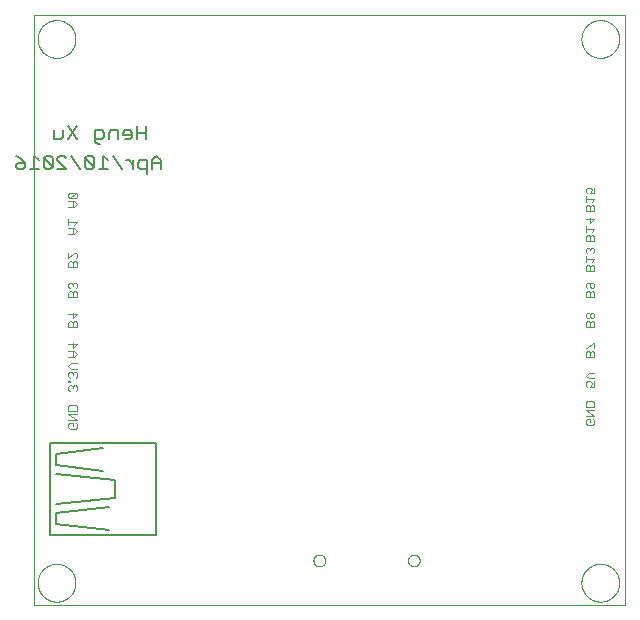
<source format=gbo>
G75*
%MOIN*%
%OFA0B0*%
%FSLAX25Y25*%
%IPPOS*%
%LPD*%
%AMOC8*
5,1,8,0,0,1.08239X$1,22.5*
%
%ADD10C,0.00000*%
%ADD11C,0.00500*%
%ADD12C,0.00300*%
D10*
X0010043Y0001800D02*
X0010043Y0198650D01*
X0206893Y0198650D01*
X0206893Y0001800D01*
X0010043Y0001800D01*
X0011244Y0009300D02*
X0011246Y0009458D01*
X0011252Y0009616D01*
X0011262Y0009774D01*
X0011276Y0009932D01*
X0011294Y0010089D01*
X0011315Y0010246D01*
X0011341Y0010402D01*
X0011371Y0010558D01*
X0011404Y0010713D01*
X0011442Y0010866D01*
X0011483Y0011019D01*
X0011528Y0011171D01*
X0011577Y0011322D01*
X0011630Y0011471D01*
X0011686Y0011619D01*
X0011746Y0011765D01*
X0011810Y0011910D01*
X0011878Y0012053D01*
X0011949Y0012195D01*
X0012023Y0012335D01*
X0012101Y0012472D01*
X0012183Y0012608D01*
X0012267Y0012742D01*
X0012356Y0012873D01*
X0012447Y0013002D01*
X0012542Y0013129D01*
X0012639Y0013254D01*
X0012740Y0013376D01*
X0012844Y0013495D01*
X0012951Y0013612D01*
X0013061Y0013726D01*
X0013174Y0013837D01*
X0013289Y0013946D01*
X0013407Y0014051D01*
X0013528Y0014153D01*
X0013651Y0014253D01*
X0013777Y0014349D01*
X0013905Y0014442D01*
X0014035Y0014532D01*
X0014168Y0014618D01*
X0014303Y0014702D01*
X0014439Y0014781D01*
X0014578Y0014858D01*
X0014719Y0014930D01*
X0014861Y0015000D01*
X0015005Y0015065D01*
X0015151Y0015127D01*
X0015298Y0015185D01*
X0015447Y0015240D01*
X0015597Y0015291D01*
X0015748Y0015338D01*
X0015900Y0015381D01*
X0016053Y0015420D01*
X0016208Y0015456D01*
X0016363Y0015487D01*
X0016519Y0015515D01*
X0016675Y0015539D01*
X0016832Y0015559D01*
X0016990Y0015575D01*
X0017147Y0015587D01*
X0017306Y0015595D01*
X0017464Y0015599D01*
X0017622Y0015599D01*
X0017780Y0015595D01*
X0017939Y0015587D01*
X0018096Y0015575D01*
X0018254Y0015559D01*
X0018411Y0015539D01*
X0018567Y0015515D01*
X0018723Y0015487D01*
X0018878Y0015456D01*
X0019033Y0015420D01*
X0019186Y0015381D01*
X0019338Y0015338D01*
X0019489Y0015291D01*
X0019639Y0015240D01*
X0019788Y0015185D01*
X0019935Y0015127D01*
X0020081Y0015065D01*
X0020225Y0015000D01*
X0020367Y0014930D01*
X0020508Y0014858D01*
X0020647Y0014781D01*
X0020783Y0014702D01*
X0020918Y0014618D01*
X0021051Y0014532D01*
X0021181Y0014442D01*
X0021309Y0014349D01*
X0021435Y0014253D01*
X0021558Y0014153D01*
X0021679Y0014051D01*
X0021797Y0013946D01*
X0021912Y0013837D01*
X0022025Y0013726D01*
X0022135Y0013612D01*
X0022242Y0013495D01*
X0022346Y0013376D01*
X0022447Y0013254D01*
X0022544Y0013129D01*
X0022639Y0013002D01*
X0022730Y0012873D01*
X0022819Y0012742D01*
X0022903Y0012608D01*
X0022985Y0012472D01*
X0023063Y0012335D01*
X0023137Y0012195D01*
X0023208Y0012053D01*
X0023276Y0011910D01*
X0023340Y0011765D01*
X0023400Y0011619D01*
X0023456Y0011471D01*
X0023509Y0011322D01*
X0023558Y0011171D01*
X0023603Y0011019D01*
X0023644Y0010866D01*
X0023682Y0010713D01*
X0023715Y0010558D01*
X0023745Y0010402D01*
X0023771Y0010246D01*
X0023792Y0010089D01*
X0023810Y0009932D01*
X0023824Y0009774D01*
X0023834Y0009616D01*
X0023840Y0009458D01*
X0023842Y0009300D01*
X0023840Y0009142D01*
X0023834Y0008984D01*
X0023824Y0008826D01*
X0023810Y0008668D01*
X0023792Y0008511D01*
X0023771Y0008354D01*
X0023745Y0008198D01*
X0023715Y0008042D01*
X0023682Y0007887D01*
X0023644Y0007734D01*
X0023603Y0007581D01*
X0023558Y0007429D01*
X0023509Y0007278D01*
X0023456Y0007129D01*
X0023400Y0006981D01*
X0023340Y0006835D01*
X0023276Y0006690D01*
X0023208Y0006547D01*
X0023137Y0006405D01*
X0023063Y0006265D01*
X0022985Y0006128D01*
X0022903Y0005992D01*
X0022819Y0005858D01*
X0022730Y0005727D01*
X0022639Y0005598D01*
X0022544Y0005471D01*
X0022447Y0005346D01*
X0022346Y0005224D01*
X0022242Y0005105D01*
X0022135Y0004988D01*
X0022025Y0004874D01*
X0021912Y0004763D01*
X0021797Y0004654D01*
X0021679Y0004549D01*
X0021558Y0004447D01*
X0021435Y0004347D01*
X0021309Y0004251D01*
X0021181Y0004158D01*
X0021051Y0004068D01*
X0020918Y0003982D01*
X0020783Y0003898D01*
X0020647Y0003819D01*
X0020508Y0003742D01*
X0020367Y0003670D01*
X0020225Y0003600D01*
X0020081Y0003535D01*
X0019935Y0003473D01*
X0019788Y0003415D01*
X0019639Y0003360D01*
X0019489Y0003309D01*
X0019338Y0003262D01*
X0019186Y0003219D01*
X0019033Y0003180D01*
X0018878Y0003144D01*
X0018723Y0003113D01*
X0018567Y0003085D01*
X0018411Y0003061D01*
X0018254Y0003041D01*
X0018096Y0003025D01*
X0017939Y0003013D01*
X0017780Y0003005D01*
X0017622Y0003001D01*
X0017464Y0003001D01*
X0017306Y0003005D01*
X0017147Y0003013D01*
X0016990Y0003025D01*
X0016832Y0003041D01*
X0016675Y0003061D01*
X0016519Y0003085D01*
X0016363Y0003113D01*
X0016208Y0003144D01*
X0016053Y0003180D01*
X0015900Y0003219D01*
X0015748Y0003262D01*
X0015597Y0003309D01*
X0015447Y0003360D01*
X0015298Y0003415D01*
X0015151Y0003473D01*
X0015005Y0003535D01*
X0014861Y0003600D01*
X0014719Y0003670D01*
X0014578Y0003742D01*
X0014439Y0003819D01*
X0014303Y0003898D01*
X0014168Y0003982D01*
X0014035Y0004068D01*
X0013905Y0004158D01*
X0013777Y0004251D01*
X0013651Y0004347D01*
X0013528Y0004447D01*
X0013407Y0004549D01*
X0013289Y0004654D01*
X0013174Y0004763D01*
X0013061Y0004874D01*
X0012951Y0004988D01*
X0012844Y0005105D01*
X0012740Y0005224D01*
X0012639Y0005346D01*
X0012542Y0005471D01*
X0012447Y0005598D01*
X0012356Y0005727D01*
X0012267Y0005858D01*
X0012183Y0005992D01*
X0012101Y0006128D01*
X0012023Y0006265D01*
X0011949Y0006405D01*
X0011878Y0006547D01*
X0011810Y0006690D01*
X0011746Y0006835D01*
X0011686Y0006981D01*
X0011630Y0007129D01*
X0011577Y0007278D01*
X0011528Y0007429D01*
X0011483Y0007581D01*
X0011442Y0007734D01*
X0011404Y0007887D01*
X0011371Y0008042D01*
X0011341Y0008198D01*
X0011315Y0008354D01*
X0011294Y0008511D01*
X0011276Y0008668D01*
X0011262Y0008826D01*
X0011252Y0008984D01*
X0011246Y0009142D01*
X0011244Y0009300D01*
X0103172Y0016692D02*
X0103174Y0016780D01*
X0103180Y0016868D01*
X0103190Y0016956D01*
X0103204Y0017044D01*
X0103221Y0017130D01*
X0103243Y0017216D01*
X0103268Y0017300D01*
X0103298Y0017384D01*
X0103330Y0017466D01*
X0103367Y0017546D01*
X0103407Y0017625D01*
X0103451Y0017702D01*
X0103498Y0017777D01*
X0103548Y0017849D01*
X0103602Y0017920D01*
X0103658Y0017987D01*
X0103718Y0018053D01*
X0103780Y0018115D01*
X0103846Y0018175D01*
X0103913Y0018231D01*
X0103984Y0018285D01*
X0104056Y0018335D01*
X0104131Y0018382D01*
X0104208Y0018426D01*
X0104287Y0018466D01*
X0104367Y0018503D01*
X0104449Y0018535D01*
X0104533Y0018565D01*
X0104617Y0018590D01*
X0104703Y0018612D01*
X0104789Y0018629D01*
X0104877Y0018643D01*
X0104965Y0018653D01*
X0105053Y0018659D01*
X0105141Y0018661D01*
X0105229Y0018659D01*
X0105317Y0018653D01*
X0105405Y0018643D01*
X0105493Y0018629D01*
X0105579Y0018612D01*
X0105665Y0018590D01*
X0105749Y0018565D01*
X0105833Y0018535D01*
X0105915Y0018503D01*
X0105995Y0018466D01*
X0106074Y0018426D01*
X0106151Y0018382D01*
X0106226Y0018335D01*
X0106298Y0018285D01*
X0106369Y0018231D01*
X0106436Y0018175D01*
X0106502Y0018115D01*
X0106564Y0018053D01*
X0106624Y0017987D01*
X0106680Y0017920D01*
X0106734Y0017849D01*
X0106784Y0017777D01*
X0106831Y0017702D01*
X0106875Y0017625D01*
X0106915Y0017546D01*
X0106952Y0017466D01*
X0106984Y0017384D01*
X0107014Y0017300D01*
X0107039Y0017216D01*
X0107061Y0017130D01*
X0107078Y0017044D01*
X0107092Y0016956D01*
X0107102Y0016868D01*
X0107108Y0016780D01*
X0107110Y0016692D01*
X0107108Y0016604D01*
X0107102Y0016516D01*
X0107092Y0016428D01*
X0107078Y0016340D01*
X0107061Y0016254D01*
X0107039Y0016168D01*
X0107014Y0016084D01*
X0106984Y0016000D01*
X0106952Y0015918D01*
X0106915Y0015838D01*
X0106875Y0015759D01*
X0106831Y0015682D01*
X0106784Y0015607D01*
X0106734Y0015535D01*
X0106680Y0015464D01*
X0106624Y0015397D01*
X0106564Y0015331D01*
X0106502Y0015269D01*
X0106436Y0015209D01*
X0106369Y0015153D01*
X0106298Y0015099D01*
X0106226Y0015049D01*
X0106151Y0015002D01*
X0106074Y0014958D01*
X0105995Y0014918D01*
X0105915Y0014881D01*
X0105833Y0014849D01*
X0105749Y0014819D01*
X0105665Y0014794D01*
X0105579Y0014772D01*
X0105493Y0014755D01*
X0105405Y0014741D01*
X0105317Y0014731D01*
X0105229Y0014725D01*
X0105141Y0014723D01*
X0105053Y0014725D01*
X0104965Y0014731D01*
X0104877Y0014741D01*
X0104789Y0014755D01*
X0104703Y0014772D01*
X0104617Y0014794D01*
X0104533Y0014819D01*
X0104449Y0014849D01*
X0104367Y0014881D01*
X0104287Y0014918D01*
X0104208Y0014958D01*
X0104131Y0015002D01*
X0104056Y0015049D01*
X0103984Y0015099D01*
X0103913Y0015153D01*
X0103846Y0015209D01*
X0103780Y0015269D01*
X0103718Y0015331D01*
X0103658Y0015397D01*
X0103602Y0015464D01*
X0103548Y0015535D01*
X0103498Y0015607D01*
X0103451Y0015682D01*
X0103407Y0015759D01*
X0103367Y0015838D01*
X0103330Y0015918D01*
X0103298Y0016000D01*
X0103268Y0016084D01*
X0103243Y0016168D01*
X0103221Y0016254D01*
X0103204Y0016340D01*
X0103190Y0016428D01*
X0103180Y0016516D01*
X0103174Y0016604D01*
X0103172Y0016692D01*
X0134668Y0016692D02*
X0134670Y0016780D01*
X0134676Y0016868D01*
X0134686Y0016956D01*
X0134700Y0017044D01*
X0134717Y0017130D01*
X0134739Y0017216D01*
X0134764Y0017300D01*
X0134794Y0017384D01*
X0134826Y0017466D01*
X0134863Y0017546D01*
X0134903Y0017625D01*
X0134947Y0017702D01*
X0134994Y0017777D01*
X0135044Y0017849D01*
X0135098Y0017920D01*
X0135154Y0017987D01*
X0135214Y0018053D01*
X0135276Y0018115D01*
X0135342Y0018175D01*
X0135409Y0018231D01*
X0135480Y0018285D01*
X0135552Y0018335D01*
X0135627Y0018382D01*
X0135704Y0018426D01*
X0135783Y0018466D01*
X0135863Y0018503D01*
X0135945Y0018535D01*
X0136029Y0018565D01*
X0136113Y0018590D01*
X0136199Y0018612D01*
X0136285Y0018629D01*
X0136373Y0018643D01*
X0136461Y0018653D01*
X0136549Y0018659D01*
X0136637Y0018661D01*
X0136725Y0018659D01*
X0136813Y0018653D01*
X0136901Y0018643D01*
X0136989Y0018629D01*
X0137075Y0018612D01*
X0137161Y0018590D01*
X0137245Y0018565D01*
X0137329Y0018535D01*
X0137411Y0018503D01*
X0137491Y0018466D01*
X0137570Y0018426D01*
X0137647Y0018382D01*
X0137722Y0018335D01*
X0137794Y0018285D01*
X0137865Y0018231D01*
X0137932Y0018175D01*
X0137998Y0018115D01*
X0138060Y0018053D01*
X0138120Y0017987D01*
X0138176Y0017920D01*
X0138230Y0017849D01*
X0138280Y0017777D01*
X0138327Y0017702D01*
X0138371Y0017625D01*
X0138411Y0017546D01*
X0138448Y0017466D01*
X0138480Y0017384D01*
X0138510Y0017300D01*
X0138535Y0017216D01*
X0138557Y0017130D01*
X0138574Y0017044D01*
X0138588Y0016956D01*
X0138598Y0016868D01*
X0138604Y0016780D01*
X0138606Y0016692D01*
X0138604Y0016604D01*
X0138598Y0016516D01*
X0138588Y0016428D01*
X0138574Y0016340D01*
X0138557Y0016254D01*
X0138535Y0016168D01*
X0138510Y0016084D01*
X0138480Y0016000D01*
X0138448Y0015918D01*
X0138411Y0015838D01*
X0138371Y0015759D01*
X0138327Y0015682D01*
X0138280Y0015607D01*
X0138230Y0015535D01*
X0138176Y0015464D01*
X0138120Y0015397D01*
X0138060Y0015331D01*
X0137998Y0015269D01*
X0137932Y0015209D01*
X0137865Y0015153D01*
X0137794Y0015099D01*
X0137722Y0015049D01*
X0137647Y0015002D01*
X0137570Y0014958D01*
X0137491Y0014918D01*
X0137411Y0014881D01*
X0137329Y0014849D01*
X0137245Y0014819D01*
X0137161Y0014794D01*
X0137075Y0014772D01*
X0136989Y0014755D01*
X0136901Y0014741D01*
X0136813Y0014731D01*
X0136725Y0014725D01*
X0136637Y0014723D01*
X0136549Y0014725D01*
X0136461Y0014731D01*
X0136373Y0014741D01*
X0136285Y0014755D01*
X0136199Y0014772D01*
X0136113Y0014794D01*
X0136029Y0014819D01*
X0135945Y0014849D01*
X0135863Y0014881D01*
X0135783Y0014918D01*
X0135704Y0014958D01*
X0135627Y0015002D01*
X0135552Y0015049D01*
X0135480Y0015099D01*
X0135409Y0015153D01*
X0135342Y0015209D01*
X0135276Y0015269D01*
X0135214Y0015331D01*
X0135154Y0015397D01*
X0135098Y0015464D01*
X0135044Y0015535D01*
X0134994Y0015607D01*
X0134947Y0015682D01*
X0134903Y0015759D01*
X0134863Y0015838D01*
X0134826Y0015918D01*
X0134794Y0016000D01*
X0134764Y0016084D01*
X0134739Y0016168D01*
X0134717Y0016254D01*
X0134700Y0016340D01*
X0134686Y0016428D01*
X0134676Y0016516D01*
X0134670Y0016604D01*
X0134668Y0016692D01*
X0192494Y0009300D02*
X0192496Y0009458D01*
X0192502Y0009616D01*
X0192512Y0009774D01*
X0192526Y0009932D01*
X0192544Y0010089D01*
X0192565Y0010246D01*
X0192591Y0010402D01*
X0192621Y0010558D01*
X0192654Y0010713D01*
X0192692Y0010866D01*
X0192733Y0011019D01*
X0192778Y0011171D01*
X0192827Y0011322D01*
X0192880Y0011471D01*
X0192936Y0011619D01*
X0192996Y0011765D01*
X0193060Y0011910D01*
X0193128Y0012053D01*
X0193199Y0012195D01*
X0193273Y0012335D01*
X0193351Y0012472D01*
X0193433Y0012608D01*
X0193517Y0012742D01*
X0193606Y0012873D01*
X0193697Y0013002D01*
X0193792Y0013129D01*
X0193889Y0013254D01*
X0193990Y0013376D01*
X0194094Y0013495D01*
X0194201Y0013612D01*
X0194311Y0013726D01*
X0194424Y0013837D01*
X0194539Y0013946D01*
X0194657Y0014051D01*
X0194778Y0014153D01*
X0194901Y0014253D01*
X0195027Y0014349D01*
X0195155Y0014442D01*
X0195285Y0014532D01*
X0195418Y0014618D01*
X0195553Y0014702D01*
X0195689Y0014781D01*
X0195828Y0014858D01*
X0195969Y0014930D01*
X0196111Y0015000D01*
X0196255Y0015065D01*
X0196401Y0015127D01*
X0196548Y0015185D01*
X0196697Y0015240D01*
X0196847Y0015291D01*
X0196998Y0015338D01*
X0197150Y0015381D01*
X0197303Y0015420D01*
X0197458Y0015456D01*
X0197613Y0015487D01*
X0197769Y0015515D01*
X0197925Y0015539D01*
X0198082Y0015559D01*
X0198240Y0015575D01*
X0198397Y0015587D01*
X0198556Y0015595D01*
X0198714Y0015599D01*
X0198872Y0015599D01*
X0199030Y0015595D01*
X0199189Y0015587D01*
X0199346Y0015575D01*
X0199504Y0015559D01*
X0199661Y0015539D01*
X0199817Y0015515D01*
X0199973Y0015487D01*
X0200128Y0015456D01*
X0200283Y0015420D01*
X0200436Y0015381D01*
X0200588Y0015338D01*
X0200739Y0015291D01*
X0200889Y0015240D01*
X0201038Y0015185D01*
X0201185Y0015127D01*
X0201331Y0015065D01*
X0201475Y0015000D01*
X0201617Y0014930D01*
X0201758Y0014858D01*
X0201897Y0014781D01*
X0202033Y0014702D01*
X0202168Y0014618D01*
X0202301Y0014532D01*
X0202431Y0014442D01*
X0202559Y0014349D01*
X0202685Y0014253D01*
X0202808Y0014153D01*
X0202929Y0014051D01*
X0203047Y0013946D01*
X0203162Y0013837D01*
X0203275Y0013726D01*
X0203385Y0013612D01*
X0203492Y0013495D01*
X0203596Y0013376D01*
X0203697Y0013254D01*
X0203794Y0013129D01*
X0203889Y0013002D01*
X0203980Y0012873D01*
X0204069Y0012742D01*
X0204153Y0012608D01*
X0204235Y0012472D01*
X0204313Y0012335D01*
X0204387Y0012195D01*
X0204458Y0012053D01*
X0204526Y0011910D01*
X0204590Y0011765D01*
X0204650Y0011619D01*
X0204706Y0011471D01*
X0204759Y0011322D01*
X0204808Y0011171D01*
X0204853Y0011019D01*
X0204894Y0010866D01*
X0204932Y0010713D01*
X0204965Y0010558D01*
X0204995Y0010402D01*
X0205021Y0010246D01*
X0205042Y0010089D01*
X0205060Y0009932D01*
X0205074Y0009774D01*
X0205084Y0009616D01*
X0205090Y0009458D01*
X0205092Y0009300D01*
X0205090Y0009142D01*
X0205084Y0008984D01*
X0205074Y0008826D01*
X0205060Y0008668D01*
X0205042Y0008511D01*
X0205021Y0008354D01*
X0204995Y0008198D01*
X0204965Y0008042D01*
X0204932Y0007887D01*
X0204894Y0007734D01*
X0204853Y0007581D01*
X0204808Y0007429D01*
X0204759Y0007278D01*
X0204706Y0007129D01*
X0204650Y0006981D01*
X0204590Y0006835D01*
X0204526Y0006690D01*
X0204458Y0006547D01*
X0204387Y0006405D01*
X0204313Y0006265D01*
X0204235Y0006128D01*
X0204153Y0005992D01*
X0204069Y0005858D01*
X0203980Y0005727D01*
X0203889Y0005598D01*
X0203794Y0005471D01*
X0203697Y0005346D01*
X0203596Y0005224D01*
X0203492Y0005105D01*
X0203385Y0004988D01*
X0203275Y0004874D01*
X0203162Y0004763D01*
X0203047Y0004654D01*
X0202929Y0004549D01*
X0202808Y0004447D01*
X0202685Y0004347D01*
X0202559Y0004251D01*
X0202431Y0004158D01*
X0202301Y0004068D01*
X0202168Y0003982D01*
X0202033Y0003898D01*
X0201897Y0003819D01*
X0201758Y0003742D01*
X0201617Y0003670D01*
X0201475Y0003600D01*
X0201331Y0003535D01*
X0201185Y0003473D01*
X0201038Y0003415D01*
X0200889Y0003360D01*
X0200739Y0003309D01*
X0200588Y0003262D01*
X0200436Y0003219D01*
X0200283Y0003180D01*
X0200128Y0003144D01*
X0199973Y0003113D01*
X0199817Y0003085D01*
X0199661Y0003061D01*
X0199504Y0003041D01*
X0199346Y0003025D01*
X0199189Y0003013D01*
X0199030Y0003005D01*
X0198872Y0003001D01*
X0198714Y0003001D01*
X0198556Y0003005D01*
X0198397Y0003013D01*
X0198240Y0003025D01*
X0198082Y0003041D01*
X0197925Y0003061D01*
X0197769Y0003085D01*
X0197613Y0003113D01*
X0197458Y0003144D01*
X0197303Y0003180D01*
X0197150Y0003219D01*
X0196998Y0003262D01*
X0196847Y0003309D01*
X0196697Y0003360D01*
X0196548Y0003415D01*
X0196401Y0003473D01*
X0196255Y0003535D01*
X0196111Y0003600D01*
X0195969Y0003670D01*
X0195828Y0003742D01*
X0195689Y0003819D01*
X0195553Y0003898D01*
X0195418Y0003982D01*
X0195285Y0004068D01*
X0195155Y0004158D01*
X0195027Y0004251D01*
X0194901Y0004347D01*
X0194778Y0004447D01*
X0194657Y0004549D01*
X0194539Y0004654D01*
X0194424Y0004763D01*
X0194311Y0004874D01*
X0194201Y0004988D01*
X0194094Y0005105D01*
X0193990Y0005224D01*
X0193889Y0005346D01*
X0193792Y0005471D01*
X0193697Y0005598D01*
X0193606Y0005727D01*
X0193517Y0005858D01*
X0193433Y0005992D01*
X0193351Y0006128D01*
X0193273Y0006265D01*
X0193199Y0006405D01*
X0193128Y0006547D01*
X0193060Y0006690D01*
X0192996Y0006835D01*
X0192936Y0006981D01*
X0192880Y0007129D01*
X0192827Y0007278D01*
X0192778Y0007429D01*
X0192733Y0007581D01*
X0192692Y0007734D01*
X0192654Y0007887D01*
X0192621Y0008042D01*
X0192591Y0008198D01*
X0192565Y0008354D01*
X0192544Y0008511D01*
X0192526Y0008668D01*
X0192512Y0008826D01*
X0192502Y0008984D01*
X0192496Y0009142D01*
X0192494Y0009300D01*
X0192494Y0190550D02*
X0192496Y0190708D01*
X0192502Y0190866D01*
X0192512Y0191024D01*
X0192526Y0191182D01*
X0192544Y0191339D01*
X0192565Y0191496D01*
X0192591Y0191652D01*
X0192621Y0191808D01*
X0192654Y0191963D01*
X0192692Y0192116D01*
X0192733Y0192269D01*
X0192778Y0192421D01*
X0192827Y0192572D01*
X0192880Y0192721D01*
X0192936Y0192869D01*
X0192996Y0193015D01*
X0193060Y0193160D01*
X0193128Y0193303D01*
X0193199Y0193445D01*
X0193273Y0193585D01*
X0193351Y0193722D01*
X0193433Y0193858D01*
X0193517Y0193992D01*
X0193606Y0194123D01*
X0193697Y0194252D01*
X0193792Y0194379D01*
X0193889Y0194504D01*
X0193990Y0194626D01*
X0194094Y0194745D01*
X0194201Y0194862D01*
X0194311Y0194976D01*
X0194424Y0195087D01*
X0194539Y0195196D01*
X0194657Y0195301D01*
X0194778Y0195403D01*
X0194901Y0195503D01*
X0195027Y0195599D01*
X0195155Y0195692D01*
X0195285Y0195782D01*
X0195418Y0195868D01*
X0195553Y0195952D01*
X0195689Y0196031D01*
X0195828Y0196108D01*
X0195969Y0196180D01*
X0196111Y0196250D01*
X0196255Y0196315D01*
X0196401Y0196377D01*
X0196548Y0196435D01*
X0196697Y0196490D01*
X0196847Y0196541D01*
X0196998Y0196588D01*
X0197150Y0196631D01*
X0197303Y0196670D01*
X0197458Y0196706D01*
X0197613Y0196737D01*
X0197769Y0196765D01*
X0197925Y0196789D01*
X0198082Y0196809D01*
X0198240Y0196825D01*
X0198397Y0196837D01*
X0198556Y0196845D01*
X0198714Y0196849D01*
X0198872Y0196849D01*
X0199030Y0196845D01*
X0199189Y0196837D01*
X0199346Y0196825D01*
X0199504Y0196809D01*
X0199661Y0196789D01*
X0199817Y0196765D01*
X0199973Y0196737D01*
X0200128Y0196706D01*
X0200283Y0196670D01*
X0200436Y0196631D01*
X0200588Y0196588D01*
X0200739Y0196541D01*
X0200889Y0196490D01*
X0201038Y0196435D01*
X0201185Y0196377D01*
X0201331Y0196315D01*
X0201475Y0196250D01*
X0201617Y0196180D01*
X0201758Y0196108D01*
X0201897Y0196031D01*
X0202033Y0195952D01*
X0202168Y0195868D01*
X0202301Y0195782D01*
X0202431Y0195692D01*
X0202559Y0195599D01*
X0202685Y0195503D01*
X0202808Y0195403D01*
X0202929Y0195301D01*
X0203047Y0195196D01*
X0203162Y0195087D01*
X0203275Y0194976D01*
X0203385Y0194862D01*
X0203492Y0194745D01*
X0203596Y0194626D01*
X0203697Y0194504D01*
X0203794Y0194379D01*
X0203889Y0194252D01*
X0203980Y0194123D01*
X0204069Y0193992D01*
X0204153Y0193858D01*
X0204235Y0193722D01*
X0204313Y0193585D01*
X0204387Y0193445D01*
X0204458Y0193303D01*
X0204526Y0193160D01*
X0204590Y0193015D01*
X0204650Y0192869D01*
X0204706Y0192721D01*
X0204759Y0192572D01*
X0204808Y0192421D01*
X0204853Y0192269D01*
X0204894Y0192116D01*
X0204932Y0191963D01*
X0204965Y0191808D01*
X0204995Y0191652D01*
X0205021Y0191496D01*
X0205042Y0191339D01*
X0205060Y0191182D01*
X0205074Y0191024D01*
X0205084Y0190866D01*
X0205090Y0190708D01*
X0205092Y0190550D01*
X0205090Y0190392D01*
X0205084Y0190234D01*
X0205074Y0190076D01*
X0205060Y0189918D01*
X0205042Y0189761D01*
X0205021Y0189604D01*
X0204995Y0189448D01*
X0204965Y0189292D01*
X0204932Y0189137D01*
X0204894Y0188984D01*
X0204853Y0188831D01*
X0204808Y0188679D01*
X0204759Y0188528D01*
X0204706Y0188379D01*
X0204650Y0188231D01*
X0204590Y0188085D01*
X0204526Y0187940D01*
X0204458Y0187797D01*
X0204387Y0187655D01*
X0204313Y0187515D01*
X0204235Y0187378D01*
X0204153Y0187242D01*
X0204069Y0187108D01*
X0203980Y0186977D01*
X0203889Y0186848D01*
X0203794Y0186721D01*
X0203697Y0186596D01*
X0203596Y0186474D01*
X0203492Y0186355D01*
X0203385Y0186238D01*
X0203275Y0186124D01*
X0203162Y0186013D01*
X0203047Y0185904D01*
X0202929Y0185799D01*
X0202808Y0185697D01*
X0202685Y0185597D01*
X0202559Y0185501D01*
X0202431Y0185408D01*
X0202301Y0185318D01*
X0202168Y0185232D01*
X0202033Y0185148D01*
X0201897Y0185069D01*
X0201758Y0184992D01*
X0201617Y0184920D01*
X0201475Y0184850D01*
X0201331Y0184785D01*
X0201185Y0184723D01*
X0201038Y0184665D01*
X0200889Y0184610D01*
X0200739Y0184559D01*
X0200588Y0184512D01*
X0200436Y0184469D01*
X0200283Y0184430D01*
X0200128Y0184394D01*
X0199973Y0184363D01*
X0199817Y0184335D01*
X0199661Y0184311D01*
X0199504Y0184291D01*
X0199346Y0184275D01*
X0199189Y0184263D01*
X0199030Y0184255D01*
X0198872Y0184251D01*
X0198714Y0184251D01*
X0198556Y0184255D01*
X0198397Y0184263D01*
X0198240Y0184275D01*
X0198082Y0184291D01*
X0197925Y0184311D01*
X0197769Y0184335D01*
X0197613Y0184363D01*
X0197458Y0184394D01*
X0197303Y0184430D01*
X0197150Y0184469D01*
X0196998Y0184512D01*
X0196847Y0184559D01*
X0196697Y0184610D01*
X0196548Y0184665D01*
X0196401Y0184723D01*
X0196255Y0184785D01*
X0196111Y0184850D01*
X0195969Y0184920D01*
X0195828Y0184992D01*
X0195689Y0185069D01*
X0195553Y0185148D01*
X0195418Y0185232D01*
X0195285Y0185318D01*
X0195155Y0185408D01*
X0195027Y0185501D01*
X0194901Y0185597D01*
X0194778Y0185697D01*
X0194657Y0185799D01*
X0194539Y0185904D01*
X0194424Y0186013D01*
X0194311Y0186124D01*
X0194201Y0186238D01*
X0194094Y0186355D01*
X0193990Y0186474D01*
X0193889Y0186596D01*
X0193792Y0186721D01*
X0193697Y0186848D01*
X0193606Y0186977D01*
X0193517Y0187108D01*
X0193433Y0187242D01*
X0193351Y0187378D01*
X0193273Y0187515D01*
X0193199Y0187655D01*
X0193128Y0187797D01*
X0193060Y0187940D01*
X0192996Y0188085D01*
X0192936Y0188231D01*
X0192880Y0188379D01*
X0192827Y0188528D01*
X0192778Y0188679D01*
X0192733Y0188831D01*
X0192692Y0188984D01*
X0192654Y0189137D01*
X0192621Y0189292D01*
X0192591Y0189448D01*
X0192565Y0189604D01*
X0192544Y0189761D01*
X0192526Y0189918D01*
X0192512Y0190076D01*
X0192502Y0190234D01*
X0192496Y0190392D01*
X0192494Y0190550D01*
X0011244Y0190550D02*
X0011246Y0190708D01*
X0011252Y0190866D01*
X0011262Y0191024D01*
X0011276Y0191182D01*
X0011294Y0191339D01*
X0011315Y0191496D01*
X0011341Y0191652D01*
X0011371Y0191808D01*
X0011404Y0191963D01*
X0011442Y0192116D01*
X0011483Y0192269D01*
X0011528Y0192421D01*
X0011577Y0192572D01*
X0011630Y0192721D01*
X0011686Y0192869D01*
X0011746Y0193015D01*
X0011810Y0193160D01*
X0011878Y0193303D01*
X0011949Y0193445D01*
X0012023Y0193585D01*
X0012101Y0193722D01*
X0012183Y0193858D01*
X0012267Y0193992D01*
X0012356Y0194123D01*
X0012447Y0194252D01*
X0012542Y0194379D01*
X0012639Y0194504D01*
X0012740Y0194626D01*
X0012844Y0194745D01*
X0012951Y0194862D01*
X0013061Y0194976D01*
X0013174Y0195087D01*
X0013289Y0195196D01*
X0013407Y0195301D01*
X0013528Y0195403D01*
X0013651Y0195503D01*
X0013777Y0195599D01*
X0013905Y0195692D01*
X0014035Y0195782D01*
X0014168Y0195868D01*
X0014303Y0195952D01*
X0014439Y0196031D01*
X0014578Y0196108D01*
X0014719Y0196180D01*
X0014861Y0196250D01*
X0015005Y0196315D01*
X0015151Y0196377D01*
X0015298Y0196435D01*
X0015447Y0196490D01*
X0015597Y0196541D01*
X0015748Y0196588D01*
X0015900Y0196631D01*
X0016053Y0196670D01*
X0016208Y0196706D01*
X0016363Y0196737D01*
X0016519Y0196765D01*
X0016675Y0196789D01*
X0016832Y0196809D01*
X0016990Y0196825D01*
X0017147Y0196837D01*
X0017306Y0196845D01*
X0017464Y0196849D01*
X0017622Y0196849D01*
X0017780Y0196845D01*
X0017939Y0196837D01*
X0018096Y0196825D01*
X0018254Y0196809D01*
X0018411Y0196789D01*
X0018567Y0196765D01*
X0018723Y0196737D01*
X0018878Y0196706D01*
X0019033Y0196670D01*
X0019186Y0196631D01*
X0019338Y0196588D01*
X0019489Y0196541D01*
X0019639Y0196490D01*
X0019788Y0196435D01*
X0019935Y0196377D01*
X0020081Y0196315D01*
X0020225Y0196250D01*
X0020367Y0196180D01*
X0020508Y0196108D01*
X0020647Y0196031D01*
X0020783Y0195952D01*
X0020918Y0195868D01*
X0021051Y0195782D01*
X0021181Y0195692D01*
X0021309Y0195599D01*
X0021435Y0195503D01*
X0021558Y0195403D01*
X0021679Y0195301D01*
X0021797Y0195196D01*
X0021912Y0195087D01*
X0022025Y0194976D01*
X0022135Y0194862D01*
X0022242Y0194745D01*
X0022346Y0194626D01*
X0022447Y0194504D01*
X0022544Y0194379D01*
X0022639Y0194252D01*
X0022730Y0194123D01*
X0022819Y0193992D01*
X0022903Y0193858D01*
X0022985Y0193722D01*
X0023063Y0193585D01*
X0023137Y0193445D01*
X0023208Y0193303D01*
X0023276Y0193160D01*
X0023340Y0193015D01*
X0023400Y0192869D01*
X0023456Y0192721D01*
X0023509Y0192572D01*
X0023558Y0192421D01*
X0023603Y0192269D01*
X0023644Y0192116D01*
X0023682Y0191963D01*
X0023715Y0191808D01*
X0023745Y0191652D01*
X0023771Y0191496D01*
X0023792Y0191339D01*
X0023810Y0191182D01*
X0023824Y0191024D01*
X0023834Y0190866D01*
X0023840Y0190708D01*
X0023842Y0190550D01*
X0023840Y0190392D01*
X0023834Y0190234D01*
X0023824Y0190076D01*
X0023810Y0189918D01*
X0023792Y0189761D01*
X0023771Y0189604D01*
X0023745Y0189448D01*
X0023715Y0189292D01*
X0023682Y0189137D01*
X0023644Y0188984D01*
X0023603Y0188831D01*
X0023558Y0188679D01*
X0023509Y0188528D01*
X0023456Y0188379D01*
X0023400Y0188231D01*
X0023340Y0188085D01*
X0023276Y0187940D01*
X0023208Y0187797D01*
X0023137Y0187655D01*
X0023063Y0187515D01*
X0022985Y0187378D01*
X0022903Y0187242D01*
X0022819Y0187108D01*
X0022730Y0186977D01*
X0022639Y0186848D01*
X0022544Y0186721D01*
X0022447Y0186596D01*
X0022346Y0186474D01*
X0022242Y0186355D01*
X0022135Y0186238D01*
X0022025Y0186124D01*
X0021912Y0186013D01*
X0021797Y0185904D01*
X0021679Y0185799D01*
X0021558Y0185697D01*
X0021435Y0185597D01*
X0021309Y0185501D01*
X0021181Y0185408D01*
X0021051Y0185318D01*
X0020918Y0185232D01*
X0020783Y0185148D01*
X0020647Y0185069D01*
X0020508Y0184992D01*
X0020367Y0184920D01*
X0020225Y0184850D01*
X0020081Y0184785D01*
X0019935Y0184723D01*
X0019788Y0184665D01*
X0019639Y0184610D01*
X0019489Y0184559D01*
X0019338Y0184512D01*
X0019186Y0184469D01*
X0019033Y0184430D01*
X0018878Y0184394D01*
X0018723Y0184363D01*
X0018567Y0184335D01*
X0018411Y0184311D01*
X0018254Y0184291D01*
X0018096Y0184275D01*
X0017939Y0184263D01*
X0017780Y0184255D01*
X0017622Y0184251D01*
X0017464Y0184251D01*
X0017306Y0184255D01*
X0017147Y0184263D01*
X0016990Y0184275D01*
X0016832Y0184291D01*
X0016675Y0184311D01*
X0016519Y0184335D01*
X0016363Y0184363D01*
X0016208Y0184394D01*
X0016053Y0184430D01*
X0015900Y0184469D01*
X0015748Y0184512D01*
X0015597Y0184559D01*
X0015447Y0184610D01*
X0015298Y0184665D01*
X0015151Y0184723D01*
X0015005Y0184785D01*
X0014861Y0184850D01*
X0014719Y0184920D01*
X0014578Y0184992D01*
X0014439Y0185069D01*
X0014303Y0185148D01*
X0014168Y0185232D01*
X0014035Y0185318D01*
X0013905Y0185408D01*
X0013777Y0185501D01*
X0013651Y0185597D01*
X0013528Y0185697D01*
X0013407Y0185799D01*
X0013289Y0185904D01*
X0013174Y0186013D01*
X0013061Y0186124D01*
X0012951Y0186238D01*
X0012844Y0186355D01*
X0012740Y0186474D01*
X0012639Y0186596D01*
X0012542Y0186721D01*
X0012447Y0186848D01*
X0012356Y0186977D01*
X0012267Y0187108D01*
X0012183Y0187242D01*
X0012101Y0187378D01*
X0012023Y0187515D01*
X0011949Y0187655D01*
X0011878Y0187797D01*
X0011810Y0187940D01*
X0011746Y0188085D01*
X0011686Y0188231D01*
X0011630Y0188379D01*
X0011577Y0188528D01*
X0011528Y0188679D01*
X0011483Y0188831D01*
X0011442Y0188984D01*
X0011404Y0189137D01*
X0011371Y0189292D01*
X0011341Y0189448D01*
X0011315Y0189604D01*
X0011294Y0189761D01*
X0011276Y0189918D01*
X0011262Y0190076D01*
X0011252Y0190234D01*
X0011246Y0190392D01*
X0011244Y0190550D01*
D11*
X0021270Y0161554D02*
X0024273Y0157050D01*
X0021270Y0157050D02*
X0024273Y0161554D01*
X0019669Y0160053D02*
X0019669Y0157801D01*
X0018918Y0157050D01*
X0016667Y0157050D01*
X0016667Y0160053D01*
X0015478Y0151554D02*
X0013977Y0151554D01*
X0013226Y0150803D01*
X0016229Y0147801D01*
X0015478Y0147050D01*
X0013977Y0147050D01*
X0013226Y0147801D01*
X0013226Y0150803D01*
X0011625Y0150053D02*
X0010123Y0151554D01*
X0010123Y0147050D01*
X0008622Y0147050D02*
X0011625Y0147050D01*
X0016229Y0147801D02*
X0016229Y0150803D01*
X0015478Y0151554D01*
X0017830Y0150803D02*
X0018581Y0151554D01*
X0020082Y0151554D01*
X0020832Y0150803D01*
X0022434Y0151554D02*
X0025436Y0147050D01*
X0027038Y0147801D02*
X0027788Y0147050D01*
X0029290Y0147050D01*
X0030040Y0147801D01*
X0027038Y0150803D01*
X0027038Y0147801D01*
X0027038Y0150803D02*
X0027788Y0151554D01*
X0029290Y0151554D01*
X0030040Y0150803D01*
X0030040Y0147801D01*
X0031642Y0147050D02*
X0034644Y0147050D01*
X0033143Y0147050D02*
X0033143Y0151554D01*
X0034644Y0150053D01*
X0036246Y0151554D02*
X0039248Y0147050D01*
X0040833Y0150053D02*
X0041583Y0150053D01*
X0043085Y0148551D01*
X0043085Y0147050D02*
X0043085Y0150053D01*
X0044686Y0149302D02*
X0044686Y0147801D01*
X0045437Y0147050D01*
X0047689Y0147050D01*
X0047689Y0145549D02*
X0047689Y0150053D01*
X0045437Y0150053D01*
X0044686Y0149302D01*
X0049290Y0149302D02*
X0052293Y0149302D01*
X0052293Y0150053D02*
X0050791Y0151554D01*
X0049290Y0150053D01*
X0049290Y0147050D01*
X0052293Y0147050D02*
X0052293Y0150053D01*
X0047293Y0157050D02*
X0047293Y0161554D01*
X0047293Y0159302D02*
X0044290Y0159302D01*
X0042689Y0159302D02*
X0041938Y0160053D01*
X0040437Y0160053D01*
X0039686Y0159302D01*
X0039686Y0158551D01*
X0042689Y0158551D01*
X0042689Y0157801D02*
X0042689Y0159302D01*
X0042689Y0157801D02*
X0041938Y0157050D01*
X0040437Y0157050D01*
X0038085Y0157050D02*
X0038085Y0160053D01*
X0035833Y0160053D01*
X0035082Y0159302D01*
X0035082Y0157050D01*
X0033481Y0157801D02*
X0032730Y0157050D01*
X0030478Y0157050D01*
X0030478Y0156299D02*
X0030478Y0160053D01*
X0032730Y0160053D01*
X0033481Y0159302D01*
X0033481Y0157801D01*
X0031980Y0155549D02*
X0031229Y0155549D01*
X0030478Y0156299D01*
X0020832Y0147050D02*
X0017830Y0150053D01*
X0017830Y0150803D01*
X0017830Y0147050D02*
X0020832Y0147050D01*
X0007021Y0147801D02*
X0006270Y0147050D01*
X0004769Y0147050D01*
X0004018Y0147801D01*
X0004018Y0148551D01*
X0004769Y0149302D01*
X0007021Y0149302D01*
X0007021Y0147801D01*
X0007021Y0149302D02*
X0005519Y0150803D01*
X0004018Y0151554D01*
X0044290Y0157050D02*
X0044290Y0161554D01*
X0050712Y0055904D02*
X0015279Y0055904D01*
X0015279Y0025196D01*
X0050712Y0025196D01*
X0050712Y0055904D01*
X0036932Y0043503D02*
X0036932Y0037597D01*
X0017247Y0035629D01*
X0017247Y0032676D02*
X0034964Y0034644D01*
X0034964Y0026770D02*
X0017247Y0028739D01*
X0017247Y0032676D01*
X0017247Y0045471D02*
X0036932Y0043503D01*
X0032995Y0046456D02*
X0017247Y0048424D01*
X0017247Y0052361D01*
X0032995Y0054330D01*
D12*
X0024345Y0061184D02*
X0024345Y0062151D01*
X0023861Y0062635D01*
X0022894Y0062635D02*
X0022894Y0061667D01*
X0022894Y0062635D02*
X0021926Y0062635D01*
X0021443Y0062151D01*
X0021443Y0061184D01*
X0021926Y0060700D01*
X0023861Y0060700D01*
X0024345Y0061184D01*
X0024345Y0063647D02*
X0021443Y0063647D01*
X0021443Y0065581D02*
X0024345Y0065581D01*
X0024345Y0066593D02*
X0021443Y0066593D01*
X0021443Y0068044D01*
X0021926Y0068528D01*
X0023861Y0068528D01*
X0024345Y0068044D01*
X0024345Y0066593D01*
X0024345Y0063647D02*
X0021443Y0065581D01*
X0021926Y0073200D02*
X0021443Y0073684D01*
X0021443Y0074651D01*
X0021926Y0075135D01*
X0022410Y0075135D01*
X0022894Y0074651D01*
X0022894Y0074167D01*
X0022894Y0074651D02*
X0023378Y0075135D01*
X0023861Y0075135D01*
X0024345Y0074651D01*
X0024345Y0073684D01*
X0023861Y0073200D01*
X0021926Y0076147D02*
X0021926Y0076630D01*
X0021443Y0076630D01*
X0021443Y0076147D01*
X0021926Y0076147D01*
X0021926Y0077620D02*
X0021443Y0078104D01*
X0021443Y0079071D01*
X0021926Y0079555D01*
X0022410Y0079555D01*
X0022894Y0079071D01*
X0022894Y0078587D01*
X0022894Y0079071D02*
X0023378Y0079555D01*
X0023861Y0079555D01*
X0024345Y0079071D01*
X0024345Y0078104D01*
X0023861Y0077620D01*
X0024345Y0080566D02*
X0022410Y0080566D01*
X0021443Y0081534D01*
X0022410Y0082501D01*
X0024345Y0082501D01*
X0023378Y0084450D02*
X0021443Y0084450D01*
X0022894Y0084450D02*
X0022894Y0086385D01*
X0023378Y0086385D02*
X0021443Y0086385D01*
X0022894Y0087397D02*
X0022894Y0089331D01*
X0024345Y0088848D02*
X0022894Y0087397D01*
X0023378Y0086385D02*
X0024345Y0085417D01*
X0023378Y0084450D01*
X0024345Y0088848D02*
X0021443Y0088848D01*
X0021443Y0094450D02*
X0021443Y0095901D01*
X0021926Y0096385D01*
X0022410Y0096385D01*
X0022894Y0095901D01*
X0022894Y0094450D01*
X0024345Y0094450D02*
X0024345Y0095901D01*
X0023861Y0096385D01*
X0023378Y0096385D01*
X0022894Y0095901D01*
X0022894Y0097397D02*
X0022894Y0099331D01*
X0024345Y0098848D02*
X0022894Y0097397D01*
X0021443Y0098848D02*
X0024345Y0098848D01*
X0024345Y0094450D02*
X0021443Y0094450D01*
X0021443Y0104450D02*
X0021443Y0105901D01*
X0021926Y0106385D01*
X0022410Y0106385D01*
X0022894Y0105901D01*
X0022894Y0104450D01*
X0024345Y0104450D02*
X0024345Y0105901D01*
X0023861Y0106385D01*
X0023378Y0106385D01*
X0022894Y0105901D01*
X0023861Y0107397D02*
X0024345Y0107880D01*
X0024345Y0108848D01*
X0023861Y0109331D01*
X0023378Y0109331D01*
X0022894Y0108848D01*
X0022410Y0109331D01*
X0021926Y0109331D01*
X0021443Y0108848D01*
X0021443Y0107880D01*
X0021926Y0107397D01*
X0022894Y0108364D02*
X0022894Y0108848D01*
X0021443Y0104450D02*
X0024345Y0104450D01*
X0024345Y0114450D02*
X0021443Y0114450D01*
X0021443Y0115901D01*
X0021926Y0116385D01*
X0022410Y0116385D01*
X0022894Y0115901D01*
X0022894Y0114450D01*
X0024345Y0114450D02*
X0024345Y0115901D01*
X0023861Y0116385D01*
X0023378Y0116385D01*
X0022894Y0115901D01*
X0023861Y0117397D02*
X0024345Y0117880D01*
X0024345Y0118848D01*
X0023861Y0119331D01*
X0023378Y0119331D01*
X0021443Y0117397D01*
X0021443Y0119331D01*
X0021443Y0125700D02*
X0023378Y0125700D01*
X0024345Y0126667D01*
X0023378Y0127635D01*
X0021443Y0127635D01*
X0021443Y0128647D02*
X0021443Y0130581D01*
X0021443Y0129614D02*
X0024345Y0129614D01*
X0023378Y0128647D01*
X0022894Y0127635D02*
X0022894Y0125700D01*
X0022894Y0134450D02*
X0022894Y0136385D01*
X0023378Y0136385D02*
X0021443Y0136385D01*
X0021926Y0137397D02*
X0023861Y0139331D01*
X0021926Y0139331D01*
X0021443Y0138848D01*
X0021443Y0137880D01*
X0021926Y0137397D01*
X0023861Y0137397D01*
X0024345Y0137880D01*
X0024345Y0138848D01*
X0023861Y0139331D01*
X0023378Y0136385D02*
X0024345Y0135417D01*
X0023378Y0134450D01*
X0021443Y0134450D01*
X0193943Y0134651D02*
X0193943Y0133200D01*
X0196845Y0133200D01*
X0196845Y0134651D01*
X0196361Y0135135D01*
X0195878Y0135135D01*
X0195394Y0134651D01*
X0195394Y0133200D01*
X0195394Y0134651D02*
X0194910Y0135135D01*
X0194426Y0135135D01*
X0193943Y0134651D01*
X0193943Y0136147D02*
X0193943Y0138081D01*
X0193943Y0137114D02*
X0196845Y0137114D01*
X0195878Y0136147D01*
X0195394Y0139093D02*
X0195878Y0140061D01*
X0195878Y0140544D01*
X0195394Y0141028D01*
X0194426Y0141028D01*
X0193943Y0140544D01*
X0193943Y0139577D01*
X0194426Y0139093D01*
X0195394Y0139093D02*
X0196845Y0139093D01*
X0196845Y0141028D01*
X0195394Y0131028D02*
X0195394Y0129093D01*
X0196845Y0130544D01*
X0193943Y0130544D01*
X0193943Y0128081D02*
X0193943Y0126147D01*
X0193943Y0127114D02*
X0196845Y0127114D01*
X0195878Y0126147D01*
X0195878Y0125135D02*
X0195394Y0124651D01*
X0195394Y0123200D01*
X0193943Y0123200D02*
X0196845Y0123200D01*
X0196845Y0124651D01*
X0196361Y0125135D01*
X0195878Y0125135D01*
X0195394Y0124651D02*
X0194910Y0125135D01*
X0194426Y0125135D01*
X0193943Y0124651D01*
X0193943Y0123200D01*
X0194426Y0121028D02*
X0193943Y0120544D01*
X0193943Y0119577D01*
X0194426Y0119093D01*
X0193943Y0118081D02*
X0193943Y0116147D01*
X0193943Y0117114D02*
X0196845Y0117114D01*
X0195878Y0116147D01*
X0195878Y0115135D02*
X0195394Y0114651D01*
X0195394Y0113200D01*
X0193943Y0113200D02*
X0196845Y0113200D01*
X0196845Y0114651D01*
X0196361Y0115135D01*
X0195878Y0115135D01*
X0195394Y0114651D02*
X0194910Y0115135D01*
X0194426Y0115135D01*
X0193943Y0114651D01*
X0193943Y0113200D01*
X0194426Y0109331D02*
X0196361Y0109331D01*
X0196845Y0108848D01*
X0196845Y0107880D01*
X0196361Y0107397D01*
X0195878Y0107397D01*
X0195394Y0107880D01*
X0195394Y0109331D01*
X0194426Y0109331D02*
X0193943Y0108848D01*
X0193943Y0107880D01*
X0194426Y0107397D01*
X0194426Y0106385D02*
X0193943Y0105901D01*
X0193943Y0104450D01*
X0196845Y0104450D01*
X0196845Y0105901D01*
X0196361Y0106385D01*
X0195878Y0106385D01*
X0195394Y0105901D01*
X0195394Y0104450D01*
X0195394Y0105901D02*
X0194910Y0106385D01*
X0194426Y0106385D01*
X0194426Y0099331D02*
X0193943Y0098848D01*
X0193943Y0097880D01*
X0194426Y0097397D01*
X0194910Y0097397D01*
X0195394Y0097880D01*
X0195394Y0098848D01*
X0194910Y0099331D01*
X0194426Y0099331D01*
X0195394Y0098848D02*
X0195878Y0099331D01*
X0196361Y0099331D01*
X0196845Y0098848D01*
X0196845Y0097880D01*
X0196361Y0097397D01*
X0195878Y0097397D01*
X0195394Y0097880D01*
X0195878Y0096385D02*
X0195394Y0095901D01*
X0195394Y0094450D01*
X0193943Y0094450D02*
X0196845Y0094450D01*
X0196845Y0095901D01*
X0196361Y0096385D01*
X0195878Y0096385D01*
X0195394Y0095901D02*
X0194910Y0096385D01*
X0194426Y0096385D01*
X0193943Y0095901D01*
X0193943Y0094450D01*
X0196361Y0089331D02*
X0194426Y0087397D01*
X0193943Y0087397D01*
X0194426Y0086385D02*
X0193943Y0085901D01*
X0193943Y0084450D01*
X0196845Y0084450D01*
X0196845Y0085901D01*
X0196361Y0086385D01*
X0195878Y0086385D01*
X0195394Y0085901D01*
X0195394Y0084450D01*
X0195394Y0085901D02*
X0194910Y0086385D01*
X0194426Y0086385D01*
X0196845Y0087397D02*
X0196845Y0089331D01*
X0196361Y0089331D01*
X0196845Y0079331D02*
X0194910Y0079331D01*
X0193943Y0078364D01*
X0194910Y0077397D01*
X0196845Y0077397D01*
X0196845Y0076385D02*
X0196845Y0074450D01*
X0195394Y0074450D01*
X0195878Y0075417D01*
X0195878Y0075901D01*
X0195394Y0076385D01*
X0194426Y0076385D01*
X0193943Y0075901D01*
X0193943Y0074934D01*
X0194426Y0074450D01*
X0194426Y0069778D02*
X0196361Y0069778D01*
X0196845Y0069294D01*
X0196845Y0067843D01*
X0193943Y0067843D01*
X0193943Y0069294D01*
X0194426Y0069778D01*
X0193943Y0066831D02*
X0196845Y0066831D01*
X0196845Y0064897D02*
X0193943Y0064897D01*
X0194426Y0063885D02*
X0195394Y0063885D01*
X0195394Y0062917D01*
X0196361Y0061950D02*
X0194426Y0061950D01*
X0193943Y0062434D01*
X0193943Y0063401D01*
X0194426Y0063885D01*
X0196361Y0063885D02*
X0196845Y0063401D01*
X0196845Y0062434D01*
X0196361Y0061950D01*
X0196845Y0064897D02*
X0193943Y0066831D01*
X0196361Y0119093D02*
X0196845Y0119577D01*
X0196845Y0120544D01*
X0196361Y0121028D01*
X0195878Y0121028D01*
X0195394Y0120544D01*
X0194910Y0121028D01*
X0194426Y0121028D01*
X0195394Y0120544D02*
X0195394Y0120061D01*
M02*

</source>
